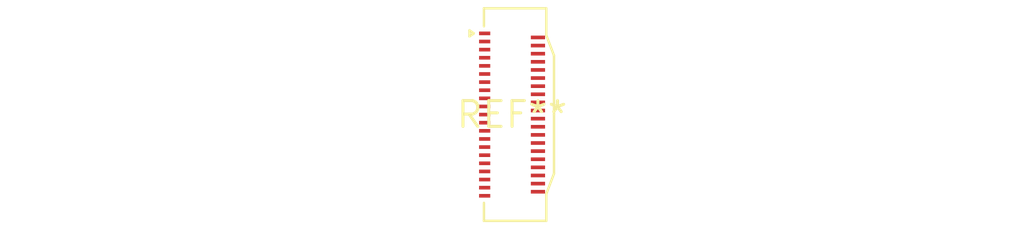
<source format=kicad_pcb>
(kicad_pcb (version 20240108) (generator pcbnew)
  (layers (0 "F.Cu" signal) (31 "B.Cu" signal) (34 "B.Paste" user) (35 "F.Paste" user) (36 "B.SilkS" user "B.Silkscreen") (37 "F.SilkS" user "F.Silkscreen") (38 "B.Mask" user) (39 "F.Mask" user) (44 "Edge.Cuts" user))
  (net 0 "")
  (footprint "JAE_FF0841SA1_2Rows-41Pins_P0.40mm_Horizontal" (layer "F.Cu") (at 0 0)
    (property "Reference" "REF**")
    (property "Value" "JAE_FF0841SA1_2Rows-41Pins_P0.40mm_Horizontal")
    (fp_line (start -2.097132 -4.15) (end -1.885 -4) (layer "F.SilkS") (stroke (width 0.12)))
    (fp_line (start -2.097132 -3.85) (end -2.097132 -4.15) (layer "F.SilkS") (stroke (width 0.12)))
    (fp_line (start -1.885 -4) (end -2.097132 -3.85) (layer "F.SilkS") (stroke (width 0.12)))
    (fp_line (start -1.385 -5.235) (end 1.685 -5.235) (layer "F.SilkS") (stroke (width 0.12)))
    (fp_line (start -1.385 -4.35) (end -1.385 -5.235) (layer "F.SilkS") (stroke (width 0.12)))
    (fp_line (start -1.385 4.35) (end -1.385 5.235) (layer "F.SilkS") (stroke (width 0.12)))
    (fp_line (start -1.385 5.235) (end 1.685 5.235) (layer "F.SilkS") (stroke (width 0.12)))
    (fp_line (start 1.685 -5.235) (end 1.685 -3.91) (layer "F.SilkS") (stroke (width 0.12)))
    (fp_line (start 1.685 -3.91) (end 2.065 -2.91) (layer "F.SilkS") (stroke (width 0.12)))
    (fp_line (start 1.685 3.91) (end 2.065 2.91) (layer "F.SilkS") (stroke (width 0.12)))
    (fp_line (start 1.685 5.235) (end 1.685 3.91) (layer "F.SilkS") (stroke (width 0.12)))
    (fp_line (start 2.065 -2.91) (end 2.065 0) (layer "F.SilkS") (stroke (width 0.12)))
    (fp_line (start 2.065 2.91) (end 2.065 0) (layer "F.SilkS") (stroke (width 0.12)))
    (pad "1" smd rect (at -1.35 -4) (size 0.55 0.18) (layers "F.Cu" "F.Paste" "F.Mask"))
    (pad "2" smd rect (at 1.275 -3.8) (size 0.7 0.18) (layers "F.Cu" "F.Paste" "F.Mask"))
    (pad "3" smd rect (at -1.35 -3.6) (size 0.55 0.18) (layers "F.Cu" "F.Paste" "F.Mask"))
    (pad "4" smd rect (at 1.275 -3.4) (size 0.7 0.18) (layers "F.Cu" "F.Paste" "F.Mask"))
    (pad "5" smd rect (at -1.35 -3.2) (size 0.55 0.18) (layers "F.Cu" "F.Paste" "F.Mask"))
    (pad "6" smd rect (at 1.275 -3) (size 0.7 0.18) (layers "F.Cu" "F.Paste" "F.Mask"))
    (pad "7" smd rect (at -1.35 -2.8) (size 0.55 0.18) (layers "F.Cu" "F.Paste" "F.Mask"))
    (pad "8" smd rect (at 1.275 -2.6) (size 0.7 0.18) (layers "F.Cu" "F.Paste" "F.Mask"))
    (pad "9" smd rect (at -1.35 -2.4) (size 0.55 0.18) (layers "F.Cu" "F.Paste" "F.Mask"))
    (pad "10" smd rect (at 1.275 -2.2) (size 0.7 0.18) (layers "F.Cu" "F.Paste" "F.Mask"))
    (pad "11" smd rect (at -1.35 -2) (size 0.55 0.18) (layers "F.Cu" "F.Paste" "F.Mask"))
    (pad "12" smd rect (at 1.275 -1.8) (size 0.7 0.18) (layers "F.Cu" "F.Paste" "F.Mask"))
    (pad "13" smd rect (at -1.35 -1.6) (size 0.55 0.18) (layers "F.Cu" "F.Paste" "F.Mask"))
    (pad "14" smd rect (at 1.275 -1.4) (size 0.7 0.18) (layers "F.Cu" "F.Paste" "F.Mask"))
    (pad "15" smd rect (at -1.35 -1.2) (size 0.55 0.18) (layers "F.Cu" "F.Paste" "F.Mask"))
    (pad "16" smd rect (at 1.275 -1) (size 0.7 0.18) (layers "F.Cu" "F.Paste" "F.Mask"))
    (pad "17" smd rect (at -1.35 -0.8) (size 0.55 0.18) (layers "F.Cu" "F.Paste" "F.Mask"))
    (pad "18" smd rect (at 1.275 -0.6) (size 0.7 0.18) (layers "F.Cu" "F.Paste" "F.Mask"))
    (pad "19" smd rect (at -1.35 -0.4) (size 0.55 0.18) (layers "F.Cu" "F.Paste" "F.Mask"))
    (pad "20" smd rect (at 1.275 -0.2) (size 0.7 0.18) (layers "F.Cu" "F.Paste" "F.Mask"))
    (pad "21" smd rect (at -1.35 0) (size 0.55 0.18) (layers "F.Cu" "F.Paste" "F.Mask"))
    (pad "22" smd rect (at 1.275 0.2) (size 0.7 0.18) (layers "F.Cu" "F.Paste" "F.Mask"))
    (pad "23" smd rect (at -1.35 0.4) (size 0.55 0.18) (layers "F.Cu" "F.Paste" "F.Mask"))
    (pad "24" smd rect (at 1.275 0.6) (size 0.7 0.18) (layers "F.Cu" "F.Paste" "F.Mask"))
    (pad "25" smd rect (at -1.35 0.8) (size 0.55 0.18) (layers "F.Cu" "F.Paste" "F.Mask"))
    (pad "26" smd rect (at 1.275 1) (size 0.7 0.18) (layers "F.Cu" "F.Paste" "F.Mask"))
    (pad "27" smd rect (at -1.35 1.2) (size 0.55 0.18) (layers "F.Cu" "F.Paste" "F.Mask"))
    (pad "28" smd rect (at 1.275 1.4) (size 0.7 0.18) (layers "F.Cu" "F.Paste" "F.Mask"))
    (pad "29" smd rect (at -1.35 1.6) (size 0.55 0.18) (layers "F.Cu" "F.Paste" "F.Mask"))
    (pad "30" smd rect (at 1.275 1.8) (size 0.7 0.18) (layers "F.Cu" "F.Paste" "F.Mask"))
    (pad "31" smd rect (at -1.35 2) (size 0.55 0.18) (layers "F.Cu" "F.Paste" "F.Mask"))
    (pad "32" smd rect (at 1.275 2.2) (size 0.7 0.18) (layers "F.Cu" "F.Paste" "F.Mask"))
    (pad "33" smd rect (at -1.35 2.4) (size 0.55 0.18) (layers "F.Cu" "F.Paste" "F.Mask"))
    (pad "34" smd rect (at 1.275 2.6) (size 0.7 0.18) (layers "F.Cu" "F.Paste" "F.Mask"))
    (pad "35" smd rect (at -1.35 2.8) (size 0.55 0.18) (layers "F.Cu" "F.Paste" "F.Mask"))
    (pad "36" smd rect (at 1.275 3) (size 0.7 0.18) (layers "F.Cu" "F.Paste" "F.Mask"))
    (pad "37" smd rect (at -1.35 3.2) (size 0.55 0.18) (layers "F.Cu" "F.Paste" "F.Mask"))
    (pad "38" smd rect (at 1.275 3.4) (size 0.7 0.18) (layers "F.Cu" "F.Paste" "F.Mask"))
    (pad "39" smd rect (at -1.35 3.6) (size 0.55 0.18) (layers "F.Cu" "F.Paste" "F.Mask"))
    (pad "40" smd rect (at 1.275 3.8) (size 0.7 0.18) (layers "F.Cu" "F.Paste" "F.Mask"))
    (pad "41" smd rect (at -1.35 4) (size 0.55 0.18) (layers "F.Cu" "F.Paste" "F.Mask"))
  )
)
</source>
